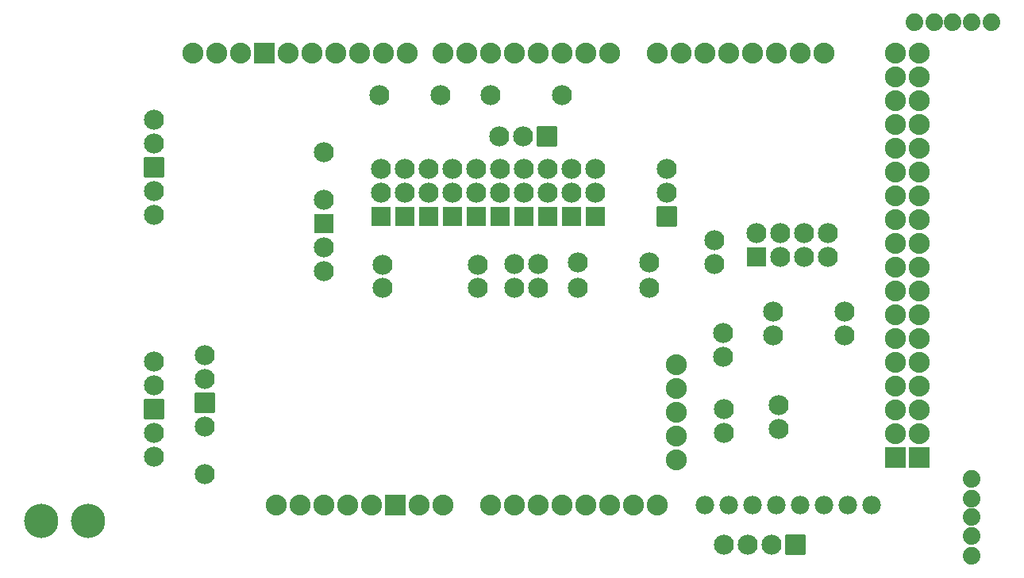
<source format=gts>
G04 Layer: TopSolderMaskLayer*
G04 EasyEDA v6.5.23, 2023-06-14 20:02:47*
G04 cb88694a6a91491fa1ec1b2408a0e32a,5f8968b253fc4aed9fc2cb8881c97923,10*
G04 Gerber Generator version 0.2*
G04 Scale: 100 percent, Rotated: No, Reflected: No *
G04 Dimensions in inches *
G04 leading zeros omitted , absolute positions ,3 integer and 6 decimal *
%FSLAX36Y36*%
%MOIN*%

%AMMACRO1*1,1,$1,$2,$3*1,1,$1,$4,$5*1,1,$1,0-$2,0-$3*1,1,$1,0-$4,0-$5*20,1,$1,$2,$3,$4,$5,0*20,1,$1,$4,$5,0-$2,0-$3,0*20,1,$1,0-$2,0-$3,0-$4,0-$5,0*20,1,$1,0-$4,0-$5,$2,$3,0*4,1,4,$2,$3,$4,$5,0-$2,0-$3,0-$4,0-$5,$2,$3,0*%
%ADD10MACRO1,0.004X-0.04X0.04X0.04X0.04*%
%ADD11C,0.0840*%
%ADD12MACRO1,0.004X0.04X0.04X0.04X-0.04*%
%ADD13R,0.0840X0.0840*%
%ADD14C,0.0660*%
%ADD15MACRO1,0.004X-0.031X0.031X0.031X0.031*%
%ADD16R,0.0660X0.0660*%
%ADD17MACRO1,0.004X0.04X-0.04X-0.04X-0.04*%
%ADD18C,0.0740*%
%ADD19C,0.1440*%
%ADD20C,0.0880*%
%ADD21MACRO1,0.008X-0.04X0.04X0.04X0.04*%
%ADD22C,0.0780*%
%ADD23C,0.0121*%

%LPD*%
D10*
G01*
X2245000Y1785000D03*
D11*
G01*
X2145000Y1785000D03*
G01*
X2045000Y1785000D03*
D12*
G01*
X2750000Y1450000D03*
D11*
G01*
X2750000Y1550000D03*
G01*
X2750000Y1650000D03*
G01*
X1550000Y1650000D03*
G01*
X1550000Y1550000D03*
D13*
G01*
X1550000Y1450000D03*
D11*
G01*
X1650000Y1650000D03*
G01*
X1650000Y1550000D03*
D13*
G01*
X1650000Y1450000D03*
D11*
G01*
X1750000Y1650000D03*
G01*
X1750000Y1550000D03*
D13*
G01*
X1750000Y1450000D03*
D11*
G01*
X1850000Y1650000D03*
G01*
X1850000Y1550000D03*
D13*
G01*
X1850000Y1450000D03*
D11*
G01*
X1950000Y1650000D03*
G01*
X1950000Y1550000D03*
D13*
G01*
X1950000Y1450000D03*
D11*
G01*
X2050000Y1650000D03*
G01*
X2050000Y1550000D03*
D13*
G01*
X2050000Y1450000D03*
D11*
G01*
X2150000Y1650000D03*
G01*
X2150000Y1550000D03*
D13*
G01*
X2150000Y1450000D03*
D11*
G01*
X2250000Y1650000D03*
G01*
X2250000Y1550000D03*
D13*
G01*
X2250000Y1450000D03*
D11*
G01*
X2350000Y1650000D03*
G01*
X2350000Y1550000D03*
D13*
G01*
X2350000Y1450000D03*
D11*
G01*
X2450000Y1650000D03*
G01*
X2450000Y1550000D03*
D13*
G01*
X2450000Y1450000D03*
D11*
G01*
X1542049Y1960000D03*
G01*
X1797950Y1960000D03*
G01*
X2950000Y1250000D03*
G01*
X2950000Y1350000D03*
D14*
G01*
X1160000Y2135000D03*
D15*
G01*
X1060000Y2135000D03*
D14*
G01*
X960000Y2135000D03*
G01*
X860000Y2135000D03*
G01*
X760000Y2135000D03*
G01*
X2410000Y2135000D03*
G01*
X2510000Y2135000D03*
G01*
X3710000Y2135000D03*
G01*
X3810000Y2135000D03*
D16*
G01*
X3810000Y435000D03*
G01*
X3710000Y435000D03*
D14*
G01*
X2710000Y2135000D03*
G01*
X2810000Y2135000D03*
G01*
X2910000Y2135000D03*
G01*
X3010000Y2135000D03*
G01*
X3810000Y935000D03*
G01*
X3710000Y935000D03*
G01*
X3810000Y1035000D03*
G01*
X3710000Y1035000D03*
G01*
X3810000Y1135000D03*
G01*
X3710000Y1135000D03*
G01*
X3810000Y1235000D03*
G01*
X3710000Y1235000D03*
G01*
X3810000Y1335000D03*
G01*
X3710000Y1335000D03*
G01*
X3810000Y1435000D03*
G01*
X3710000Y1435000D03*
G01*
X3810000Y1535000D03*
G01*
X3710000Y1535000D03*
G01*
X3810000Y1635000D03*
G01*
X3710000Y1635000D03*
G01*
X3810000Y1735000D03*
G01*
X3710000Y1735000D03*
G01*
X3810000Y1835000D03*
G01*
X3710000Y1835000D03*
G01*
X3610000Y235000D03*
G01*
X3510000Y235000D03*
G01*
X3410000Y235000D03*
G01*
X3310000Y235000D03*
G01*
X3210000Y235000D03*
G01*
X3110000Y235000D03*
G01*
X3010000Y235000D03*
G01*
X2910000Y235000D03*
G01*
X2210000Y235000D03*
G01*
X2310000Y235000D03*
G01*
X2410000Y235000D03*
G01*
X2510000Y235000D03*
G01*
X2610000Y235000D03*
G01*
X2710000Y235000D03*
G01*
X1310000Y235000D03*
G01*
X1210000Y235000D03*
G01*
X1110000Y235000D03*
D11*
G01*
X595000Y440000D03*
G01*
X595000Y740000D03*
G01*
X595000Y840000D03*
G01*
X595000Y540000D03*
D17*
G01*
X595000Y640000D03*
D11*
G01*
X595000Y1455000D03*
G01*
X595000Y1755000D03*
G01*
X595000Y1855000D03*
G01*
X595000Y1555000D03*
D17*
G01*
X595000Y1655000D03*
D11*
G01*
X3220000Y555000D03*
G01*
X3220000Y655000D03*
G01*
X2990000Y640000D03*
G01*
X2990000Y540000D03*
G01*
X1955000Y1245000D03*
G01*
X1555000Y1245000D03*
G01*
X1955000Y1150000D03*
G01*
X1555000Y1150000D03*
G01*
X3195000Y1050000D03*
G01*
X3495000Y1050000D03*
G01*
X2010000Y1960000D03*
G01*
X2310000Y1960000D03*
G01*
X3195000Y950000D03*
G01*
X3495000Y950000D03*
G01*
X2375000Y1150000D03*
G01*
X2675000Y1150000D03*
G01*
X2375000Y1255000D03*
G01*
X2675000Y1255000D03*
G01*
X2990000Y70000D03*
G01*
X3090000Y70000D03*
G01*
X3190000Y70000D03*
D10*
G01*
X3290000Y70000D03*
D18*
G01*
X4030000Y106314D03*
G01*
X4030000Y185014D03*
G01*
X4030000Y263694D03*
G01*
X4030000Y346394D03*
G01*
X4030000Y23604D03*
G01*
X3871314Y2265000D03*
G01*
X3950014Y2265000D03*
G01*
X4028693Y2265000D03*
G01*
X4111394Y2265000D03*
G01*
X3788603Y2265000D03*
D19*
G01*
X123200Y170000D03*
G01*
X320000Y170000D03*
D11*
G01*
X2985000Y860000D03*
G01*
X2985000Y960000D03*
G01*
X2110000Y1150000D03*
G01*
X2210000Y1150000D03*
G01*
X2110000Y1250000D03*
G01*
X2210000Y1250000D03*
D13*
G01*
X3125000Y1280000D03*
D11*
G01*
X3425000Y1380000D03*
G01*
X3325000Y1380000D03*
G01*
X3225000Y1380000D03*
G01*
X3125000Y1380000D03*
G01*
X3225000Y1280000D03*
G01*
X3325000Y1280000D03*
G01*
X3425000Y1280000D03*
G01*
X810000Y365000D03*
G01*
X810000Y565000D03*
D12*
G01*
X810000Y665000D03*
D11*
G01*
X810000Y765000D03*
G01*
X810000Y865000D03*
G01*
X1310000Y1720000D03*
G01*
X1310000Y1520000D03*
D13*
G01*
X1310000Y1420000D03*
D11*
G01*
X1310000Y1320000D03*
G01*
X1310000Y1220000D03*
D20*
G01*
X2790000Y425000D03*
G01*
X2790000Y525000D03*
G01*
X2790000Y625000D03*
G01*
X2790000Y725000D03*
G01*
X2790000Y825000D03*
G01*
X3810000Y2135000D03*
G01*
X3810000Y2035000D03*
G01*
X3810000Y1935000D03*
G01*
X3810000Y1835000D03*
G01*
X3810000Y1735000D03*
G01*
X3810000Y1635000D03*
G01*
X3810000Y1535000D03*
G01*
X3810000Y1435000D03*
G01*
X3810000Y1335000D03*
G01*
X3810000Y1235000D03*
G01*
X3810000Y1135000D03*
G01*
X3810000Y1035000D03*
G01*
X3810000Y935000D03*
G01*
X3810000Y835000D03*
G01*
X3810000Y735000D03*
G01*
X3810000Y635000D03*
G01*
X3810000Y535000D03*
D21*
G01*
X3810000Y435000D03*
G01*
X3710000Y435000D03*
D20*
G01*
X3710000Y535000D03*
G01*
X3710000Y635000D03*
G01*
X3710000Y735000D03*
G01*
X3710000Y835000D03*
G01*
X3710000Y935000D03*
G01*
X3710000Y1035000D03*
G01*
X3710000Y1135000D03*
G01*
X3710000Y1235000D03*
G01*
X3710000Y1335000D03*
G01*
X3710000Y1435000D03*
G01*
X3710000Y1535000D03*
G01*
X3710000Y1635000D03*
G01*
X3710000Y1735000D03*
G01*
X3710000Y1835000D03*
G01*
X3710000Y1935000D03*
G01*
X3710000Y2035000D03*
G01*
X3710000Y2135000D03*
D22*
G01*
X3510000Y235000D03*
G01*
X3610000Y235000D03*
D20*
G01*
X1110000Y235000D03*
G01*
X1210000Y235000D03*
G01*
X1310000Y235000D03*
G01*
X1410000Y235000D03*
G01*
X1510000Y235000D03*
D21*
G01*
X1610000Y235000D03*
D20*
G01*
X1710000Y235000D03*
G01*
X1810000Y235000D03*
G01*
X2010000Y235000D03*
G01*
X2110000Y235000D03*
G01*
X2210000Y235000D03*
G01*
X2310000Y235000D03*
G01*
X2410000Y235000D03*
G01*
X2510000Y235000D03*
G01*
X2610000Y235000D03*
G01*
X2710000Y235000D03*
D22*
G01*
X2910000Y235000D03*
G01*
X3010000Y235000D03*
G01*
X3110000Y235000D03*
G01*
X3210000Y235000D03*
G01*
X3310000Y235000D03*
G01*
X3410000Y235000D03*
D20*
G01*
X3410000Y2135000D03*
G01*
X3310000Y2135000D03*
G01*
X3210000Y2135000D03*
G01*
X3110000Y2135000D03*
G01*
X3010000Y2135000D03*
G01*
X2910000Y2135000D03*
G01*
X2810000Y2135000D03*
G01*
X2710000Y2135000D03*
G01*
X2510000Y2135000D03*
G01*
X2410000Y2135000D03*
G01*
X2310000Y2135000D03*
G01*
X2210000Y2135000D03*
G01*
X2110000Y2135000D03*
G01*
X2010000Y2135000D03*
G01*
X1910000Y2135000D03*
G01*
X1810000Y2135000D03*
G01*
X1660000Y2135000D03*
G01*
X1560000Y2135000D03*
G01*
X1460000Y2135000D03*
G01*
X1360000Y2135000D03*
G01*
X1260000Y2135000D03*
G01*
X1160000Y2135000D03*
D21*
G01*
X1060000Y2135000D03*
D20*
G01*
X960000Y2135000D03*
G01*
X860000Y2135000D03*
G01*
X760000Y2135000D03*
M02*

</source>
